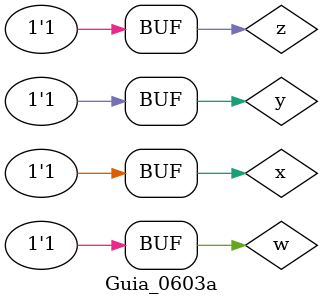
<source format=v>
/*
 Guia_0603a.v - v0.0. - 28 / 08 / 2022
 Autor    : Gabriel Vargas Bento de Souza
 Matricula: 778023
 */

/* 
 Soma dos produtos
                  ___
f(x, y, w, z) =  \   m (1,2,5,9,10,11)  = SoP(1,2,5,9,10,11)
                 /___
*/

/**
 SoP(1,2,5,9,10,11)
 */
module SoP (output s,
            input  x, y, w, z);
   assign s = (~x & ~y & ~w &  z)  // 1
            | (~x & ~y &  w & ~z)  // 2
            | (~x &  y & ~w &  z)  // 5
            | ( x & ~y & ~w &  z)  // 9
            | ( x & ~y &  w & ~z)  // 10
            | ( x & ~y &  w &  z); // 11
endmodule // SoP

/**
 SoP(1,2,5,9,10,11)_Simplificado = y'.w .z' + x .y'.z + x'.w'.z
 */
module SoP_simple (output s,
                   input  x, y, w, z);
   assign s = (~y &  w & ~z)
            | ( x & ~y &  z)
            | (~x & ~w &  z);
endmodule // SoP_simple

/**
  Guia_0603a.v
 */
module Guia_0603a;
   reg  x, y, w, z;
   wire s1, s2;
   
   // instancias
   SoP        SOP1 (s1, x, y, w, z);
   SoP_simple SOP2 (s2, x, y, w, z);
   
   // valores iniciais
   initial begin: start
      x=1'bx; y=1'bx; w=1'bx; z=1'bx;
   end

   // parte principal
   initial begin: main
       $display("Gabriel Vargas Bento de Souza - 778023");
       $display("Guia_06");
       $display("\n03.a) SoP (1,2,5,9,10,11)\n");

       // monitoramento
       $display(" x  y  w  z  s1  s2");
       $monitor("%2b %2b %2b %2b %2b %3b", x,  y, w, z,  s1, s2);

       // sinalizacao
          x=0; y=0; w=0; z=0;
       #1                z=1;
       #1           w=1; z=0;
       #1                z=1;
       #1      y=1; w=0; z=0;
       #1                z=1;
       #1           w=1; z=0;
       #1                z=1;
       #1 x=1; y=0; w=0; z=0;
       #1                z=1;
       #1           w=1; z=0;
       #1                z=1;
       #1      y=1; w=0; z=0;
       #1                z=1;
       #1           w=1; z=0;
       #1                z=1;
   end
endmodule // Guia_0603a

/*
C:\Users\Gabriel\Desktop\CC-PUC\2Periodo\ARQ1\Tarefas\Guia06>vvp Guia_0603a.vvp
Gabriel Vargas Bento de Souza - 778023
Guia_06

03.a) SoP (1,2,5,9,10,11)

 x  y  w  z  s1  s2
 0  0  0  0  0   0
 0  0  0  1  1   1
 0  0  1  0  1   1
 0  0  1  1  0   0
 0  1  0  0  0   0
 0  1  0  1  1   1
 0  1  1  0  0   0
 0  1  1  1  0   0
 1  0  0  0  0   0
 1  0  0  1  1   1
 1  0  1  0  1   1
 1  0  1  1  1   1
 1  1  0  0  0   0
 1  1  0  1  0   0
 1  1  1  0  0   0
 1  1  1  1  0   0
*/
</source>
